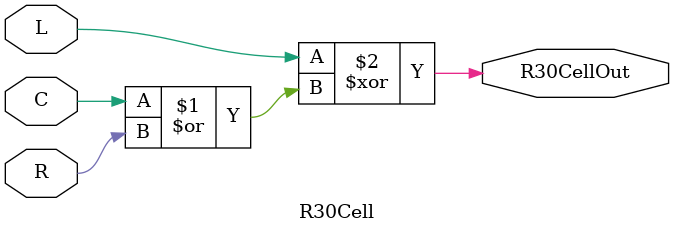
<source format=v>
module R30Cell (
    input wire L,
    input wire C,
    input wire R,
    output wire R30CellOut
);

assign R30CellOut = L ^ (C | R);

endmodule

</source>
